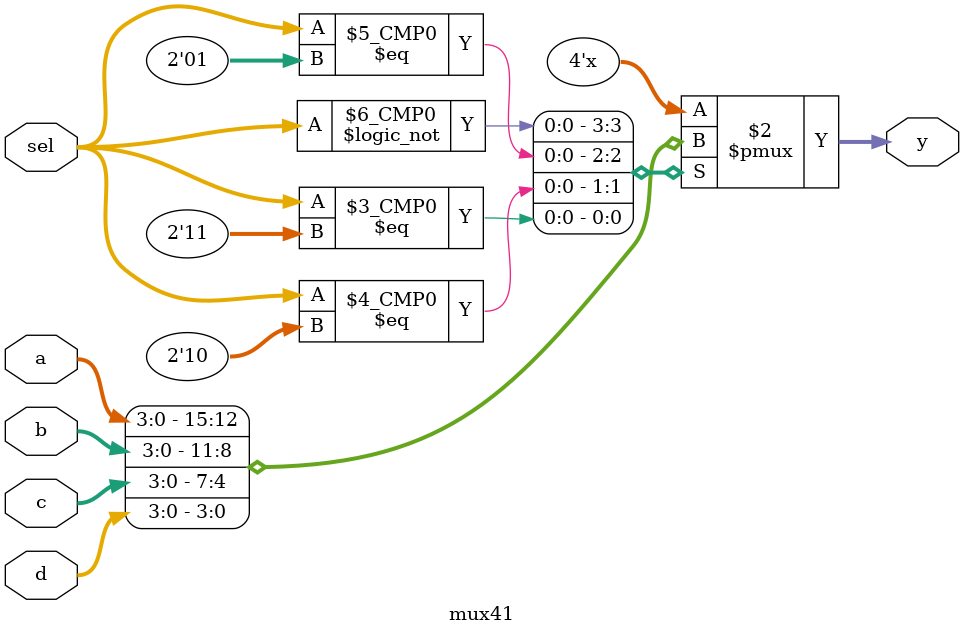
<source format=v>
module mux41(a,b,c,d,sel,y);
	input [3:0] a,b,c,d;
	input [1:0] sel;
	output reg [3:0] y;
	
	always@(*) begin
		case(sel)
		2'b00: y=a;
		2'b01: y=b;
		2'b10: y=c;
		2'b11: y=d;
		endcase
	end
endmodule

//mux41.v
</source>
